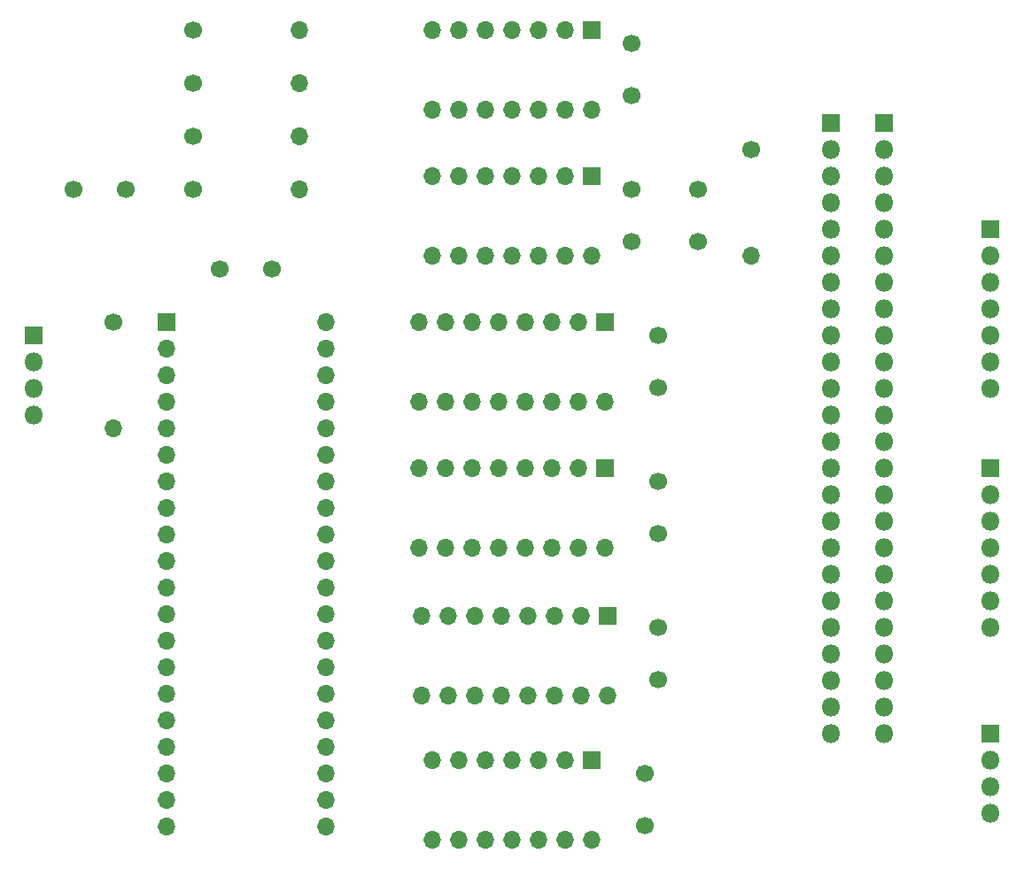
<source format=gbr>
%TF.GenerationSoftware,KiCad,Pcbnew,(5.1.6)-1*%
%TF.CreationDate,2020-08-06T22:00:50+02:00*%
%TF.ProjectId,Nes Sound Expansion,4e657320-536f-4756-9e64-20457870616e,rev?*%
%TF.SameCoordinates,Original*%
%TF.FileFunction,Soldermask,Top*%
%TF.FilePolarity,Negative*%
%FSLAX46Y46*%
G04 Gerber Fmt 4.6, Leading zero omitted, Abs format (unit mm)*
G04 Created by KiCad (PCBNEW (5.1.6)-1) date 2020-08-06 22:00:50*
%MOMM*%
%LPD*%
G01*
G04 APERTURE LIST*
%ADD10O,1.800000X1.800000*%
%ADD11R,1.800000X1.800000*%
%ADD12O,1.700000X1.700000*%
%ADD13R,1.700000X1.700000*%
%ADD14C,1.700000*%
G04 APERTURE END LIST*
D10*
%TO.C,J6*%
X195580000Y-116840000D03*
X195580000Y-114300000D03*
X195580000Y-111760000D03*
D11*
X195580000Y-109220000D03*
%TD*%
D10*
%TO.C,J5*%
X104140000Y-78740000D03*
X104140000Y-76200000D03*
X104140000Y-73660000D03*
D11*
X104140000Y-71120000D03*
%TD*%
D12*
%TO.C,U7*%
X157480000Y-49530000D03*
X142240000Y-41910000D03*
X154940000Y-49530000D03*
X144780000Y-41910000D03*
X152400000Y-49530000D03*
X147320000Y-41910000D03*
X149860000Y-49530000D03*
X149860000Y-41910000D03*
X147320000Y-49530000D03*
X152400000Y-41910000D03*
X144780000Y-49530000D03*
X154940000Y-41910000D03*
X142240000Y-49530000D03*
D13*
X157480000Y-41910000D03*
%TD*%
D12*
%TO.C,U6*%
X157480000Y-63500000D03*
X142240000Y-55880000D03*
X154940000Y-63500000D03*
X144780000Y-55880000D03*
X152400000Y-63500000D03*
X147320000Y-55880000D03*
X149860000Y-63500000D03*
X149860000Y-55880000D03*
X147320000Y-63500000D03*
X152400000Y-55880000D03*
X144780000Y-63500000D03*
X154940000Y-55880000D03*
X142240000Y-63500000D03*
D13*
X157480000Y-55880000D03*
%TD*%
D12*
%TO.C,U5*%
X159000000Y-105590000D03*
X141220000Y-97970000D03*
X156460000Y-105590000D03*
X143760000Y-97970000D03*
X153920000Y-105590000D03*
X146300000Y-97970000D03*
X151380000Y-105590000D03*
X148840000Y-97970000D03*
X148840000Y-105590000D03*
X151380000Y-97970000D03*
X146300000Y-105590000D03*
X153920000Y-97970000D03*
X143760000Y-105590000D03*
X156460000Y-97970000D03*
X141220000Y-105590000D03*
D13*
X159000000Y-97970000D03*
%TD*%
D12*
%TO.C,U4*%
X157480000Y-119380000D03*
X142240000Y-111760000D03*
X154940000Y-119380000D03*
X144780000Y-111760000D03*
X152400000Y-119380000D03*
X147320000Y-111760000D03*
X149860000Y-119380000D03*
X149860000Y-111760000D03*
X147320000Y-119380000D03*
X152400000Y-111760000D03*
X144780000Y-119380000D03*
X154940000Y-111760000D03*
X142240000Y-119380000D03*
D13*
X157480000Y-111760000D03*
%TD*%
D12*
%TO.C,U2*%
X158750000Y-91440000D03*
X140970000Y-83820000D03*
X156210000Y-91440000D03*
X143510000Y-83820000D03*
X153670000Y-91440000D03*
X146050000Y-83820000D03*
X151130000Y-91440000D03*
X148590000Y-83820000D03*
X148590000Y-91440000D03*
X151130000Y-83820000D03*
X146050000Y-91440000D03*
X153670000Y-83820000D03*
X143510000Y-91440000D03*
X156210000Y-83820000D03*
X140970000Y-91440000D03*
D13*
X158750000Y-83820000D03*
%TD*%
D12*
%TO.C,U1*%
X158750000Y-77470000D03*
X140970000Y-69850000D03*
X156210000Y-77470000D03*
X143510000Y-69850000D03*
X153670000Y-77470000D03*
X146050000Y-69850000D03*
X151130000Y-77470000D03*
X148590000Y-69850000D03*
X148590000Y-77470000D03*
X151130000Y-69850000D03*
X146050000Y-77470000D03*
X153670000Y-69850000D03*
X143510000Y-77470000D03*
X156210000Y-69850000D03*
X140970000Y-77470000D03*
D13*
X158750000Y-69850000D03*
%TD*%
D10*
%TO.C,J4*%
X195580000Y-99060000D03*
X195580000Y-96520000D03*
X195580000Y-93980000D03*
X195580000Y-91440000D03*
X195580000Y-88900000D03*
X195580000Y-86360000D03*
D11*
X195580000Y-83820000D03*
%TD*%
%TO.C,J3*%
X195580000Y-60960000D03*
D10*
X195580000Y-63500000D03*
X195580000Y-66040000D03*
X195580000Y-68580000D03*
X195580000Y-71120000D03*
X195580000Y-73660000D03*
X195580000Y-76200000D03*
%TD*%
%TO.C,J2*%
X180340000Y-109220000D03*
X180340000Y-106680000D03*
X180340000Y-104140000D03*
X180340000Y-101600000D03*
X180340000Y-99060000D03*
X180340000Y-96520000D03*
X180340000Y-93980000D03*
X180340000Y-91440000D03*
X180340000Y-88900000D03*
X180340000Y-86360000D03*
X180340000Y-83820000D03*
X180340000Y-81280000D03*
X180340000Y-78740000D03*
X180340000Y-76200000D03*
X180340000Y-73660000D03*
X180340000Y-71120000D03*
X180340000Y-68580000D03*
X180340000Y-66040000D03*
X180340000Y-63500000D03*
X180340000Y-60960000D03*
X180340000Y-58420000D03*
X180340000Y-55880000D03*
X180340000Y-53340000D03*
D11*
X180340000Y-50800000D03*
%TD*%
D14*
%TO.C,C10*%
X161290000Y-62150000D03*
X161290000Y-57150000D03*
%TD*%
%TO.C,C9*%
X161290000Y-48180000D03*
X161290000Y-43180000D03*
%TD*%
D12*
%TO.C,R6*%
X172720000Y-63500000D03*
D14*
X172720000Y-53340000D03*
%TD*%
%TO.C,C7*%
X167640000Y-62150000D03*
X167640000Y-57150000D03*
%TD*%
%TO.C,C6*%
X163830000Y-76120000D03*
X163830000Y-71120000D03*
%TD*%
%TO.C,C5*%
X163830000Y-90090000D03*
X163830000Y-85090000D03*
%TD*%
%TO.C,C4*%
X162560000Y-118030000D03*
X162560000Y-113030000D03*
%TD*%
%TO.C,C3*%
X126920000Y-64770000D03*
X121920000Y-64770000D03*
%TD*%
%TO.C,C2*%
X163830000Y-104060000D03*
X163830000Y-99060000D03*
%TD*%
D12*
%TO.C,U3*%
X132080000Y-69850000D03*
X116840000Y-118110000D03*
X132080000Y-72390000D03*
X116840000Y-115570000D03*
X132080000Y-74930000D03*
X116840000Y-113030000D03*
X132080000Y-77470000D03*
X116840000Y-110490000D03*
X132080000Y-80010000D03*
X116840000Y-107950000D03*
X132080000Y-82550000D03*
X116840000Y-105410000D03*
X132080000Y-85090000D03*
X116840000Y-102870000D03*
X132080000Y-87630000D03*
X116840000Y-100330000D03*
X132080000Y-90170000D03*
X116840000Y-97790000D03*
X132080000Y-92710000D03*
X116840000Y-95250000D03*
X132080000Y-95250000D03*
X116840000Y-92710000D03*
X132080000Y-97790000D03*
X116840000Y-90170000D03*
X132080000Y-100330000D03*
X116840000Y-87630000D03*
X132080000Y-102870000D03*
X116840000Y-85090000D03*
X132080000Y-105410000D03*
X116840000Y-82550000D03*
X132080000Y-107950000D03*
X116840000Y-80010000D03*
X132080000Y-110490000D03*
X116840000Y-77470000D03*
X132080000Y-113030000D03*
X116840000Y-74930000D03*
X132080000Y-115570000D03*
X116840000Y-72390000D03*
X132080000Y-118110000D03*
D13*
X116840000Y-69850000D03*
%TD*%
D12*
%TO.C,R5*%
X111760000Y-80010000D03*
D14*
X111760000Y-69850000D03*
%TD*%
D12*
%TO.C,R4*%
X129540000Y-41910000D03*
D14*
X119380000Y-41910000D03*
%TD*%
D12*
%TO.C,R3*%
X129540000Y-46990000D03*
D14*
X119380000Y-46990000D03*
%TD*%
D12*
%TO.C,R2*%
X129540000Y-57150000D03*
D14*
X119380000Y-57150000D03*
%TD*%
D12*
%TO.C,R1*%
X129540000Y-52070000D03*
D14*
X119380000Y-52070000D03*
%TD*%
D10*
%TO.C,J1*%
X185420000Y-109220000D03*
X185420000Y-106680000D03*
X185420000Y-104140000D03*
X185420000Y-101600000D03*
X185420000Y-99060000D03*
X185420000Y-96520000D03*
X185420000Y-93980000D03*
X185420000Y-91440000D03*
X185420000Y-88900000D03*
X185420000Y-86360000D03*
X185420000Y-83820000D03*
X185420000Y-81280000D03*
X185420000Y-78740000D03*
X185420000Y-76200000D03*
X185420000Y-73660000D03*
X185420000Y-71120000D03*
X185420000Y-68580000D03*
X185420000Y-66040000D03*
X185420000Y-63500000D03*
X185420000Y-60960000D03*
X185420000Y-58420000D03*
X185420000Y-55880000D03*
X185420000Y-53340000D03*
D11*
X185420000Y-50800000D03*
%TD*%
D14*
%TO.C,C1*%
X112950000Y-57150000D03*
X107950000Y-57150000D03*
%TD*%
M02*

</source>
